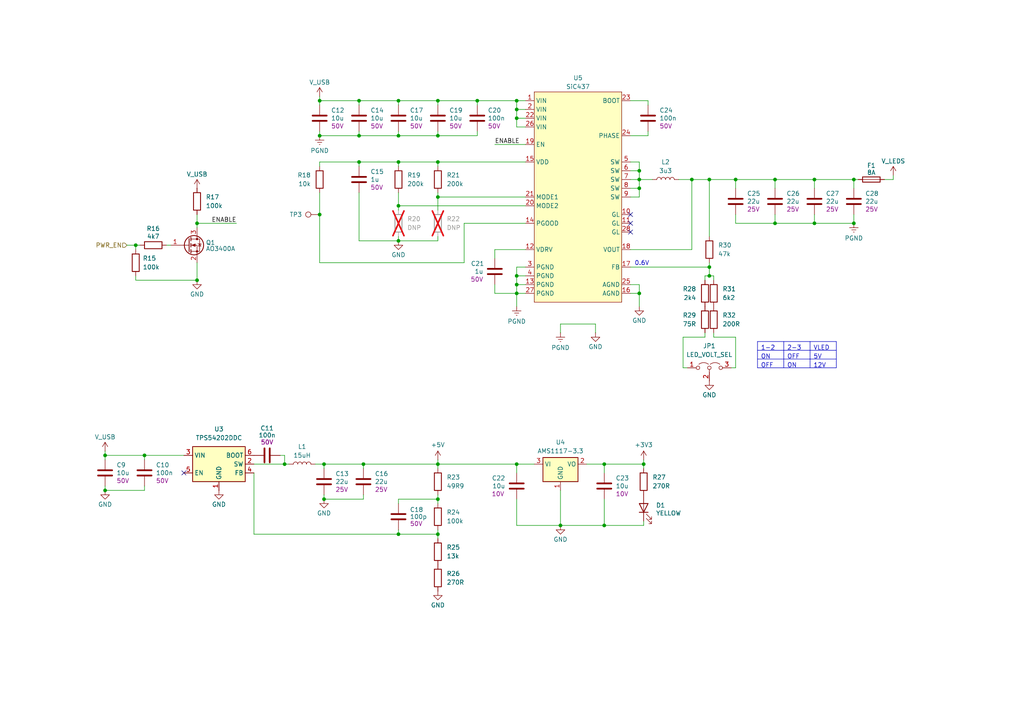
<source format=kicad_sch>
(kicad_sch (version 20250114) (generator "eeschema") (generator_version "9.0")
  (paper "A4")
  (title_block (title "USB-C WLED controller") (rev "1.0") (comment 1 "Resistors 1% tolerance"))
  (lib_symbols
    (symbol "Connector:TestPoint" (pin_numbers (hide yes)) (pin_names (offset 0.762) (hide yes))
      (property "Reference" "TP" (at 0 6.858 0))
      (property "Value" "TestPoint" (at 0 5.08 0))
      (symbol "TestPoint_0_1"
        (circle (center 0 3.302) (radius 0.762))
      )
      (symbol "TestPoint_1_1"
        (pin passive line (at 0 0 90) (length 2.54) (name "1") (number "1"))
      )
    )
    (symbol "Device:C" (pin_numbers (hide yes)) (pin_names (offset 0.254))
      (property "Reference" "C" (at 0.635 2.54 0))
      (property "Value" "C" (at 0.635 -2.54 0))
      (symbol "C_0_1"
        (polyline (pts (xy -2.032 0.762) (xy 2.032 0.762)) (stroke (width 0.508)))
        (polyline (pts (xy -2.032 -0.762) (xy 2.032 -0.762)) (stroke (width 0.508)))
      )
      (symbol "C_1_1"
        (pin passive line (at 0 3.81 270) (length 2.794) (name "~") (number "1"))
        (pin passive line (at 0 -3.81 90) (length 2.794) (name "~") (number "2"))
      )
    )
    (symbol "Device:Fuse" (pin_numbers (hide yes)) (pin_names (offset 0))
      (property "Reference" "F" (at 2.032 0 90))
      (property "Value" "Fuse" (at -1.905 0 90))
      (symbol "Fuse_0_1"
        (rectangle (start -0.762 -2.54) (end 0.762 2.54) (stroke (width 0.254)))
        (polyline (pts (xy 0 2.54) (xy 0 -2.54)))
      )
      (symbol "Fuse_1_1"
        (pin passive line (at 0 3.81 270) (length 1.27) (name "~") (number "1"))
        (pin passive line (at 0 -3.81 90) (length 1.27) (name "~") (number "2"))
      )
    )
    (symbol "Device:L" (pin_numbers (hide yes)) (pin_names (offset 1.016) (hide yes))
      (property "Reference" "L" (at -1.27 0 90))
      (property "Value" "L" (at 1.905 0 90))
      (symbol "L_0_1"
        (arc (start 0 2.54) (mid 0.6323 1.905) (end 0 1.27))
        (arc (start 0 1.27) (mid 0.6323 0.635) (end 0 0))
        (arc (start 0 0) (mid 0.6323 -0.635) (end 0 -1.27))
        (arc (start 0 -1.27) (mid 0.6323 -1.905) (end 0 -2.54))
      )
      (symbol "L_1_1"
        (pin passive line (at 0 3.81 270) (length 1.27) (name "1") (number "1"))
        (pin passive line (at 0 -3.81 90) (length 1.27) (name "2") (number "2"))
      )
    )
    (symbol "Device:LED" (pin_numbers (hide yes)) (pin_names (offset 1.016) (hide yes))
      (property "Reference" "D" (at 0 2.54 0))
      (property "Value" "LED" (at 0 -2.54 0))
      (symbol "LED_0_1"
        (polyline (pts (xy -3.048 -0.762) (xy -4.572 -2.286) (xy -3.81 -2.286) (xy -4.572 -2.286) (xy -4.572 -1.524)))
        (polyline (pts (xy -1.778 -0.762) (xy -3.302 -2.286) (xy -2.54 -2.286) (xy -3.302 -2.286) (xy -3.302 -1.524)))
        (polyline (pts (xy -1.27 0) (xy 1.27 0)))
        (polyline (pts (xy -1.27 -1.27) (xy -1.27 1.27)) (stroke (width 0.254)))
        (polyline (pts (xy 1.27 -1.27) (xy 1.27 1.27) (xy -1.27 0) (xy 1.27 -1.27)) (stroke (width 0.254)))
      )
      (symbol "LED_1_1"
        (pin passive line (at -3.81 0 0) (length 2.54) (name "K") (number "1"))
        (pin passive line (at 3.81 0 180) (length 2.54) (name "A") (number "2"))
      )
    )
    (symbol "Device:R" (pin_numbers (hide yes)) (pin_names (offset 0))
      (property "Reference" "R" (at 2.032 0 90))
      (property "Value" "R" (at 0 0 90))
      (symbol "R_0_1"
        (rectangle (start -1.016 -2.54) (end 1.016 2.54) (stroke (width 0.254)))
      )
      (symbol "R_1_1"
        (pin passive line (at 0 3.81 270) (length 1.27) (name "~") (number "1"))
        (pin passive line (at 0 -3.81 90) (length 1.27) (name "~") (number "2"))
      )
    )
    (symbol "Jumper:Jumper_3_Open" (pin_names (offset 0) (hide yes)) (exclude_from_sim yes) (in_bom no)
      (property "Reference" "JP" (at -2.54 -2.54 0))
      (property "Value" "Jumper_3_Open" (at 0 2.794 0))
      (symbol "Jumper_3_Open_0_0"
        (circle (center -3.302 0) (radius 0.508))
        (circle (center 0 0) (radius 0.508))
        (circle (center 3.302 0) (radius 0.508))
      )
      (symbol "Jumper_3_Open_0_1"
        (arc (start -3.048 1.016) (mid -1.651 1.4992) (end -0.254 1.016))
        (polyline (pts (xy 0 -0.508) (xy 0 -1.27)))
        (arc (start 0.254 1.016) (mid 1.651 1.4992) (end 3.048 1.016))
      )
      (symbol "Jumper_3_Open_1_1"
        (pin passive line (at -6.35 0 0) (length 2.54) (name "A") (number "1"))
        (pin passive line (at 0 -3.81 90) (length 2.54) (name "C") (number "2"))
        (pin passive line (at 6.35 0 180) (length 2.54) (name "B") (number "3"))
      )
    )
    (symbol "Regulator_Linear:AMS1117-3.3"
      (property "Reference" "U" (at -3.81 3.175 0))
      (property "Value" "AMS1117-3.3" (at 0 3.175 0))
      (symbol "AMS1117-3.3_0_1"
        (rectangle (start -5.08 -5.08) (end 5.08 1.905) (stroke (width 0.254)) (fill (type background)))
      )
      (symbol "AMS1117-3.3_1_1"
        (pin power_in line (at -7.62 0 0) (length 2.54) (name "VI") (number "3"))
        (pin power_in line (at 0 -7.62 90) (length 2.54) (name "GND") (number "1"))
        (pin power_out line (at 7.62 0 180) (length 2.54) (name "VO") (number "2"))
      )
    )
    (symbol "Regulator_Switching:TPS54202DDC"
      (property "Reference" "U" (at -7.62 6.35 0))
      (property "Value" "TPS54202DDC" (at 0 6.35 0))
      (symbol "TPS54202DDC_0_1"
        (rectangle (start -7.62 5.08) (end 7.62 -5.08) (stroke (width 0.254)) (fill (type background)))
      )
      (symbol "TPS54202DDC_1_1"
        (pin power_in line (at -10.16 2.54 0) (length 2.54) (name "VIN") (number "3"))
        (pin input line (at -10.16 -2.54 0) (length 2.54) (name "EN") (number "5"))
        (pin power_in line (at 0 -7.62 90) (length 2.54) (name "GND") (number "1"))
        (pin passive line (at 10.16 2.54 180) (length 2.54) (name "BOOT") (number "6"))
        (pin power_out line (at 10.16 0 180) (length 2.54) (name "SW") (number "2"))
        (pin input line (at 10.16 -2.54 180) (length 2.54) (name "FB") (number "4"))
      )
    )
    (symbol "Transistor_FET:AO3400A" (pin_names (hide yes))
      (property "Reference" "Q" (at 5.08 1.905 0))
      (property "Value" "AO3400A" (at 5.08 0 0))
      (symbol "AO3400A_0_1"
        (polyline (pts (xy 0.254 1.905) (xy 0.254 -1.905)) (stroke (width 0.254)))
        (polyline (pts (xy 0.254 0) (xy -2.54 0)))
        (polyline (pts (xy 0.762 2.286) (xy 0.762 1.27)) (stroke (width 0.254)))
        (polyline (pts (xy 0.762 0.508) (xy 0.762 -0.508)) (stroke (width 0.254)))
        (polyline (pts (xy 0.762 -1.27) (xy 0.762 -2.286)) (stroke (width 0.254)))
        (polyline (pts (xy 0.762 -1.778) (xy 3.302 -1.778) (xy 3.302 1.778) (xy 0.762 1.778)))
        (polyline (pts (xy 1.016 0) (xy 2.032 0.381) (xy 2.032 -0.381) (xy 1.016 0)) (fill (type outline)))
        (circle (center 1.651 0) (radius 2.794) (stroke (width 0.254)))
        (polyline (pts (xy 2.54 2.54) (xy 2.54 1.778)))
        (circle (center 2.54 1.778) (radius 0.254) (fill (type outline)))
        (circle (center 2.54 -1.778) (radius 0.254) (fill (type outline)))
        (polyline (pts (xy 2.54 -2.54) (xy 2.54 0) (xy 0.762 0)))
        (polyline (pts (xy 2.794 0.508) (xy 2.921 0.381) (xy 3.683 0.381) (xy 3.81 0.254)))
        (polyline (pts (xy 3.302 0.381) (xy 2.921 -0.254) (xy 3.683 -0.254) (xy 3.302 0.381)))
      )
      (symbol "AO3400A_1_1"
        (pin input line (at -5.08 0 0) (length 2.54) (name "G") (number "1"))
        (pin passive line (at 2.54 5.08 270) (length 2.54) (name "D") (number "3"))
        (pin passive line (at 2.54 -5.08 90) (length 2.54) (name "S") (number "2"))
      )
    )
    (symbol "power:+3V3" (power) (pin_numbers (hide yes)) (pin_names (offset 0) (hide yes))
      (property "Value" "+3V3" (at 0 3.556 0))
      (symbol "+3V3_0_1"
        (polyline (pts (xy -0.762 1.27) (xy 0 2.54)))
        (polyline (pts (xy 0 2.54) (xy 0.762 1.27)))
        (polyline (pts (xy 0 0) (xy 0 2.54)))
      )
      (symbol "+3V3_1_1"
        (pin power_in line (at 0 0 90) (length 0) (name "~") (number "1"))
      )
    )
    (symbol "power:+5V" (power) (pin_numbers (hide yes)) (pin_names (offset 0) (hide yes))
      (property "Value" "+5V" (at 0 3.556 0))
      (symbol "+5V_0_1"
        (polyline (pts (xy -0.762 1.27) (xy 0 2.54)))
        (polyline (pts (xy 0 2.54) (xy 0.762 1.27)))
        (polyline (pts (xy 0 0) (xy 0 2.54)))
      )
      (symbol "+5V_1_1"
        (pin power_in line (at 0 0 90) (length 0) (name "~") (number "1"))
      )
    )
    (symbol "power:Earth" (power) (pin_numbers (hide yes)) (pin_names (offset 0) (hide yes))
      (property "Value" "Earth" (at 0 -3.81 0))
      (symbol "Earth_0_1"
        (polyline (pts (xy -0.635 -1.905) (xy 0.635 -1.905)))
        (polyline (pts (xy -0.127 -2.54) (xy 0.127 -2.54)))
        (polyline (pts (xy 0 -1.27) (xy 0 0)))
        (polyline (pts (xy 1.27 -1.27) (xy -1.27 -1.27)))
      )
      (symbol "Earth_1_1"
        (pin power_in line (at 0 0 270) (length 0) (name "~") (number "1"))
      )
    )
    (symbol "power:GND" (power) (pin_numbers (hide yes)) (pin_names (offset 0) (hide yes))
      (property "Value" "GND" (at 0 -3.81 0))
      (symbol "GND_0_1"
        (polyline (pts (xy 0 0) (xy 0 -1.27) (xy 1.27 -1.27) (xy 0 -2.54) (xy -1.27 -1.27) (xy 0 -1.27)))
      )
      (symbol "GND_1_1"
        (pin power_in line (at 0 0 270) (length 0) (name "~") (number "1"))
      )
    )
    (symbol "power:VDC" (power) (pin_numbers (hide yes)) (pin_names (offset 0) (hide yes))
      (property "Value" "VDC" (at 0 3.556 0))
      (symbol "VDC_0_1"
        (polyline (pts (xy -0.762 1.27) (xy 0 2.54)))
        (polyline (pts (xy 0 2.54) (xy 0.762 1.27)))
        (polyline (pts (xy 0 0) (xy 0 2.54)))
      )
      (symbol "VDC_1_1"
        (pin power_in line (at 0 0 90) (length 0) (name "~") (number "1"))
      )
    )
    (symbol "wled-controller:SiC431"
      (property "Reference" "U" (at 0 34.29 0))
      (property "Value" "SiC431" (at 0 32.004 0))
      (symbol "SiC431_0_1"
        (rectangle (start -12.7 30.48) (end 12.7 -30.48) (fill (type background)))
      )
      (symbol "SiC431_1_1"
        (pin power_in line (at -15.24 27.94 0) (length 2.54) (name "VIN") (number "1"))
        (pin power_in line (at -15.24 25.4 0) (length 2.54) (name "VIN") (number "2"))
        (pin power_in line (at -15.24 22.86 0) (length 2.54) (name "VIN") (number "22"))
        (pin power_in line (at -15.24 20.32 0) (length 2.54) (name "VIN") (number "26"))
        (pin input line (at -15.24 15.24 0) (length 2.54) (name "EN") (number "19"))
        (pin power_out line (at -15.24 10.16 0) (length 2.54) (name "VDD") (number "15"))
        (pin passive line (at -15.24 0 0) (length 2.54) (name "MODE1") (number "21"))
        (pin passive line (at -15.24 -2.54 0) (length 2.54) (name "MODE2") (number "20"))
        (pin open_collector line (at -15.24 -7.62 0) (length 2.54) (name "PGOOD") (number "14"))
        (pin passive line (at -15.24 -15.24 0) (length 2.54) (name "VDRV") (number "12"))
        (pin power_in line (at -15.24 -20.32 0) (length 2.54) (name "PGND") (number "3"))
        (pin power_in line (at -15.24 -22.86 0) (length 2.54) (name "PGND") (number "4"))
        (pin power_in line (at -15.24 -25.4 0) (length 2.54) (name "PGND") (number "13"))
        (pin power_in line (at -15.24 -27.94 0) (length 2.54) (name "PGND") (number "27"))
        (pin passive line (at 15.24 27.94 180) (length 2.54) (name "BOOT") (number "23"))
        (pin passive line (at 15.24 17.78 180) (length 2.54) (name "PHASE") (number "24"))
        (pin power_out line (at 15.24 10.16 180) (length 2.54) (name "SW") (number "5"))
        (pin power_out line (at 15.24 7.62 180) (length 2.54) (name "SW") (number "6"))
        (pin power_out line (at 15.24 5.08 180) (length 2.54) (name "SW") (number "7"))
        (pin power_out line (at 15.24 2.54 180) (length 2.54) (name "SW") (number "8"))
        (pin power_out line (at 15.24 0 180) (length 2.54) (name "SW") (number "9"))
        (pin unspecified line (at 15.24 -5.08 180) (length 2.54) (name "GL") (number "10"))
        (pin unspecified line (at 15.24 -7.62 180) (length 2.54) (name "GL") (number "11"))
        (pin unspecified line (at 15.24 -10.16 180) (length 2.54) (name "GL") (number "28"))
        (pin input line (at 15.24 -15.24 180) (length 2.54) (name "VOUT") (number "18"))
        (pin input line (at 15.24 -20.32 180) (length 2.54) (name "FB") (number "17"))
        (pin power_in line (at 15.24 -25.4 180) (length 2.54) (name "AGND") (number "25"))
        (pin power_in line (at 15.24 -27.94 180) (length 2.54) (name "AGND") (number "16"))
      )
    )
  )
  (text "0.6V" (at 186.182 76.454 0) (effects (font (size 1.27 1.27))))
  (junction (at 185.42 54.61))
  (junction (at 115.57 69.85))
  (junction (at 30.48 142.24))
  (junction (at 162.56 152.4))
  (junction (at 149.86 134.62))
  (junction (at 104.14 46.99))
  (junction (at 127 154.94))
  (junction (at 41.91 132.08))
  (junction (at 115.57 154.94))
  (junction (at 149.86 82.55))
  (junction (at 175.26 152.4))
  (junction (at 93.98 134.62))
  (junction (at 127 46.99))
  (junction (at 200.66 52.07))
  (junction (at 185.42 85.09))
  (junction (at 138.43 29.21))
  (junction (at 92.71 39.37))
  (junction (at 115.57 29.21))
  (junction (at 149.86 31.75))
  (junction (at 57.15 81.28))
  (junction (at 92.71 29.21))
  (junction (at 93.98 144.78))
  (junction (at 247.65 52.07))
  (junction (at 175.26 134.62))
  (junction (at 30.48 132.08))
  (junction (at 105.41 134.62))
  (junction (at 149.86 85.09))
  (junction (at 185.42 49.53))
  (junction (at 127 134.62))
  (junction (at 224.79 52.07))
  (junction (at 149.86 80.01))
  (junction (at 205.74 77.47))
  (junction (at 39.37 71.12))
  (junction (at 82.55 134.62))
  (junction (at 205.74 52.07))
  (junction (at 205.74 80.01))
  (junction (at 104.14 39.37))
  (junction (at 127 57.15))
  (junction (at 224.79 64.77))
  (junction (at 127 144.78))
  (junction (at 149.86 29.21))
  (junction (at 104.14 29.21))
  (junction (at 92.71 62.23))
  (junction (at 127 39.37))
  (junction (at 127 29.21))
  (junction (at 236.22 52.07))
  (junction (at 149.86 34.29))
  (junction (at 57.15 64.77))
  (junction (at 236.22 64.77))
  (junction (at 115.57 39.37))
  (junction (at 185.42 52.07))
  (junction (at 213.36 52.07))
  (junction (at 115.57 59.69))
  (junction (at 247.65 64.77))
  (junction (at 186.69 134.62))
  (junction (at 115.57 46.99))
  (no_connect (at 182.88 67.31))
  (no_connect (at 53.34 137.16))
  (no_connect (at 182.88 64.77))
  (no_connect (at 182.88 62.23))
  (wire (pts (xy 149.86 80.01) (xy 149.86 77.47)))
  (wire (pts (xy 92.71 62.23) (xy 92.71 55.88)))
  (wire (pts (xy 149.86 82.55) (xy 149.86 80.01)))
  (wire (pts (xy 115.57 59.69) (xy 152.4 59.69)))
  (wire (pts (xy 41.91 140.97) (xy 41.91 142.24)))
  (wire (pts (xy 224.79 52.07) (xy 224.79 54.61)))
  (wire (pts (xy 182.88 46.99) (xy 185.42 46.99)))
  (wire (pts (xy 186.69 134.62) (xy 186.69 135.89)))
  (wire (pts (xy 53.34 132.08) (xy 41.91 132.08)))
  (wire (pts (xy 81.28 132.08) (xy 82.55 132.08)))
  (wire (pts (xy 115.57 154.94) (xy 73.66 154.94)))
  (wire (pts (xy 115.57 146.05) (xy 115.57 144.78)))
  (wire (pts (xy 138.43 29.21) (xy 149.86 29.21)))
  (wire (pts (xy 41.91 132.08) (xy 30.48 132.08)))
  (wire (pts (xy 186.69 134.62) (xy 175.26 134.62)))
  (wire (pts (xy 186.69 152.4) (xy 175.26 152.4)))
  (wire (pts (xy 149.86 77.47) (xy 152.4 77.47)))
  (wire (pts (xy 198.12 97.79) (xy 204.47 97.79)))
  (wire (pts (xy 149.86 31.75) (xy 152.4 31.75)))
  (wire (pts (xy 93.98 134.62) (xy 93.98 135.89)))
  (wire (pts (xy 175.26 144.78) (xy 175.26 152.4)))
  (wire (pts (xy 207.01 97.79) (xy 213.36 97.79)))
  (wire (pts (xy 247.65 52.07) (xy 247.65 54.61)))
  (wire (pts (xy 104.14 55.88) (xy 104.14 69.85)))
  (wire (pts (xy 182.88 72.39) (xy 200.66 72.39)))
  (wire (pts (xy 39.37 81.28) (xy 57.15 81.28)))
  (wire (pts (xy 236.22 52.07) (xy 236.22 54.61)))
  (wire (pts (xy 92.71 29.21) (xy 92.71 30.48)))
  (wire (pts (xy 92.71 29.21) (xy 104.14 29.21)))
  (wire (pts (xy 182.88 85.09) (xy 185.42 85.09)))
  (wire (pts (xy 182.88 49.53) (xy 185.42 49.53)))
  (wire (pts (xy 162.56 152.4) (xy 175.26 152.4)))
  (wire (pts (xy 185.42 85.09) (xy 185.42 88.9)))
  (wire (pts (xy 73.66 154.94) (xy 73.66 137.16)))
  (wire (pts (xy 134.62 64.77) (xy 134.62 76.2)))
  (wire (pts (xy 236.22 64.77) (xy 247.65 64.77)))
  (wire (pts (xy 143.51 72.39) (xy 143.51 74.93)))
  (wire (pts (xy 187.96 39.37) (xy 187.96 38.1)))
  (wire (pts (xy 143.51 85.09) (xy 149.86 85.09)))
  (wire (pts (xy 224.79 62.23) (xy 224.79 64.77)))
  (wire (pts (xy 115.57 39.37) (xy 104.14 39.37)))
  (wire (pts (xy 93.98 144.78) (xy 105.41 144.78)))
  (wire (pts (xy 127 154.94) (xy 127 156.21)))
  (wire (pts (xy 115.57 154.94) (xy 115.57 153.67)))
  (wire (pts (xy 186.69 151.13) (xy 186.69 152.4)))
  (wire (pts (xy 247.65 64.77) (xy 247.65 62.23)))
  (wire (pts (xy 182.88 39.37) (xy 187.96 39.37)))
  (wire (pts (xy 182.88 77.47) (xy 205.74 77.47)))
  (wire (pts (xy 127 154.94) (xy 115.57 154.94)))
  (wire (pts (xy 41.91 142.24) (xy 30.48 142.24)))
  (wire (pts (xy 149.86 134.62) (xy 154.94 134.62)))
  (wire (pts (xy 205.74 76.2) (xy 205.74 77.47)))
  (wire (pts (xy 149.86 80.01) (xy 152.4 80.01)))
  (wire (pts (xy 205.74 80.01) (xy 207.01 80.01)))
  (wire (pts (xy 36.83 71.12) (xy 39.37 71.12)))
  (wire (pts (xy 127 57.15) (xy 127 55.88)))
  (wire (pts (xy 104.14 29.21) (xy 104.14 30.48)))
  (wire (pts (xy 259.08 50.8) (xy 259.08 52.07)))
  (wire (pts (xy 199.39 106.68) (xy 198.12 106.68)))
  (wire (pts (xy 115.57 38.1) (xy 115.57 39.37)))
  (wire (pts (xy 185.42 52.07) (xy 185.42 54.61)))
  (wire (pts (xy 172.72 93.98) (xy 172.72 96.52)))
  (wire (pts (xy 162.56 142.24) (xy 162.56 152.4)))
  (wire (pts (xy 138.43 29.21) (xy 138.43 30.48)))
  (wire (pts (xy 92.71 76.2) (xy 92.71 62.23)))
  (wire (pts (xy 115.57 144.78) (xy 127 144.78)))
  (wire (pts (xy 200.66 52.07) (xy 196.85 52.07)))
  (wire (pts (xy 213.36 62.23) (xy 213.36 64.77)))
  (wire (pts (xy 205.74 68.58) (xy 205.74 52.07)))
  (wire (pts (xy 200.66 72.39) (xy 200.66 52.07)))
  (wire (pts (xy 149.86 29.21) (xy 152.4 29.21)))
  (wire (pts (xy 205.74 80.01) (xy 204.47 80.01)))
  (wire (pts (xy 30.48 142.24) (xy 30.48 140.97)))
  (wire (pts (xy 127 38.1) (xy 127 39.37)))
  (wire (pts (xy 104.14 46.99) (xy 92.71 46.99)))
  (wire (pts (xy 57.15 64.77) (xy 68.58 64.77)))
  (wire (pts (xy 127 153.67) (xy 127 154.94)))
  (wire (pts (xy 213.36 106.68) (xy 212.09 106.68)))
  (wire (pts (xy 185.42 57.15) (xy 182.88 57.15)))
  (wire (pts (xy 152.4 64.77) (xy 134.62 64.77)))
  (wire (pts (xy 127 133.35) (xy 127 134.62)))
  (wire (pts (xy 182.88 29.21) (xy 187.96 29.21)))
  (wire (pts (xy 105.41 134.62) (xy 127 134.62)))
  (wire (pts (xy 205.74 77.47) (xy 205.74 80.01)))
  (wire (pts (xy 182.88 52.07) (xy 185.42 52.07)))
  (wire (pts (xy 162.56 96.52) (xy 162.56 93.98)))
  (wire (pts (xy 39.37 72.39) (xy 39.37 71.12)))
  (wire (pts (xy 104.14 46.99) (xy 104.14 48.26)))
  (wire (pts (xy 104.14 69.85) (xy 115.57 69.85)))
  (wire (pts (xy 170.18 134.62) (xy 175.26 134.62)))
  (wire (pts (xy 127 57.15) (xy 152.4 57.15)))
  (wire (pts (xy 205.74 52.07) (xy 213.36 52.07)))
  (wire (pts (xy 138.43 38.1) (xy 138.43 39.37)))
  (wire (pts (xy 213.36 64.77) (xy 224.79 64.77)))
  (wire (pts (xy 127 69.85) (xy 115.57 69.85)))
  (wire (pts (xy 149.86 88.9) (xy 149.86 85.09)))
  (wire (pts (xy 207.01 96.52) (xy 207.01 97.79)))
  (wire (pts (xy 57.15 81.28) (xy 57.15 76.2)))
  (wire (pts (xy 182.88 54.61) (xy 185.42 54.61)))
  (wire (pts (xy 115.57 29.21) (xy 104.14 29.21)))
  (wire (pts (xy 149.86 144.78) (xy 149.86 152.4)))
  (wire (pts (xy 127 29.21) (xy 115.57 29.21)))
  (wire (pts (xy 185.42 82.55) (xy 185.42 85.09)))
  (wire (pts (xy 152.4 72.39) (xy 143.51 72.39)))
  (wire (pts (xy 82.55 132.08) (xy 82.55 134.62)))
  (wire (pts (xy 143.51 41.91) (xy 152.4 41.91)))
  (wire (pts (xy 213.36 97.79) (xy 213.36 106.68)))
  (wire (pts (xy 127 144.78) (xy 127 146.05)))
  (wire (pts (xy 149.86 34.29) (xy 152.4 34.29)))
  (wire (pts (xy 115.57 55.88) (xy 115.57 59.69)))
  (wire (pts (xy 91.44 134.62) (xy 93.98 134.62)))
  (wire (pts (xy 104.14 46.99) (xy 115.57 46.99)))
  (wire (pts (xy 149.86 82.55) (xy 152.4 82.55)))
  (wire (pts (xy 149.86 134.62) (xy 149.86 137.16)))
  (wire (pts (xy 175.26 134.62) (xy 175.26 137.16)))
  (wire (pts (xy 207.01 80.01) (xy 207.01 81.28)))
  (wire (pts (xy 149.86 31.75) (xy 149.86 29.21)))
  (wire (pts (xy 152.4 36.83) (xy 149.86 36.83)))
  (wire (pts (xy 149.86 85.09) (xy 149.86 82.55)))
  (wire (pts (xy 127 57.15) (xy 127 60.96)))
  (wire (pts (xy 204.47 80.01) (xy 204.47 81.28)))
  (wire (pts (xy 127 29.21) (xy 127 30.48)))
  (wire (pts (xy 115.57 59.69) (xy 115.57 60.96)))
  (wire (pts (xy 149.86 34.29) (xy 149.86 31.75)))
  (wire (pts (xy 127 68.58) (xy 127 69.85)))
  (wire (pts (xy 127 135.89) (xy 127 134.62)))
  (wire (pts (xy 48.26 71.12) (xy 49.53 71.12)))
  (wire (pts (xy 105.41 134.62) (xy 105.41 135.89)))
  (wire (pts (xy 57.15 64.77) (xy 57.15 66.04)))
  (wire (pts (xy 127 39.37) (xy 138.43 39.37)))
  (wire (pts (xy 105.41 144.78) (xy 105.41 143.51)))
  (wire (pts (xy 162.56 93.98) (xy 172.72 93.98)))
  (wire (pts (xy 92.71 46.99) (xy 92.71 48.26)))
  (wire (pts (xy 104.14 39.37) (xy 104.14 38.1)))
  (wire (pts (xy 149.86 152.4) (xy 162.56 152.4)))
  (wire (pts (xy 30.48 130.81) (xy 30.48 132.08)))
  (wire (pts (xy 115.57 29.21) (xy 115.57 30.48)))
  (wire (pts (xy 73.66 134.62) (xy 82.55 134.62)))
  (wire (pts (xy 256.54 52.07) (xy 259.08 52.07)))
  (wire (pts (xy 115.57 69.85) (xy 115.57 68.58)))
  (wire (pts (xy 82.55 134.62) (xy 83.82 134.62)))
  (wire (pts (xy 115.57 48.26) (xy 115.57 46.99)))
  (wire (pts (xy 224.79 64.77) (xy 236.22 64.77)))
  (wire (pts (xy 224.79 52.07) (xy 236.22 52.07)))
  (wire (pts (xy 127 29.21) (xy 138.43 29.21)))
  (wire (pts (xy 30.48 132.08) (xy 30.48 133.35)))
  (wire (pts (xy 39.37 71.12) (xy 40.64 71.12)))
  (wire (pts (xy 127 143.51) (xy 127 144.78)))
  (wire (pts (xy 57.15 62.23) (xy 57.15 64.77)))
  (wire (pts (xy 149.86 36.83) (xy 149.86 34.29)))
  (wire (pts (xy 213.36 52.07) (xy 213.36 54.61)))
  (wire (pts (xy 115.57 46.99) (xy 127 46.99)))
  (wire (pts (xy 187.96 29.21) (xy 187.96 30.48)))
  (wire (pts (xy 143.51 82.55) (xy 143.51 85.09)))
  (wire (pts (xy 127 134.62) (xy 149.86 134.62)))
  (wire (pts (xy 185.42 49.53) (xy 185.42 52.07)))
  (wire (pts (xy 182.88 82.55) (xy 185.42 82.55)))
  (wire (pts (xy 200.66 52.07) (xy 205.74 52.07)))
  (wire (pts (xy 185.42 54.61) (xy 185.42 57.15)))
  (wire (pts (xy 41.91 132.08) (xy 41.91 133.35)))
  (wire (pts (xy 247.65 52.07) (xy 248.92 52.07)))
  (wire (pts (xy 213.36 52.07) (xy 224.79 52.07)))
  (wire (pts (xy 39.37 80.01) (xy 39.37 81.28)))
  (wire (pts (xy 93.98 143.51) (xy 93.98 144.78)))
  (wire (pts (xy 236.22 52.07) (xy 247.65 52.07)))
  (wire (pts (xy 185.42 46.99) (xy 185.42 49.53)))
  (wire (pts (xy 236.22 62.23) (xy 236.22 64.77)))
  (wire (pts (xy 198.12 106.68) (xy 198.12 97.79)))
  (wire (pts (xy 93.98 134.62) (xy 105.41 134.62)))
  (wire (pts (xy 149.86 85.09) (xy 152.4 85.09)))
  (wire (pts (xy 185.42 52.07) (xy 189.23 52.07)))
  (wire (pts (xy 92.71 38.1) (xy 92.71 39.37)))
  (wire (pts (xy 127 46.99) (xy 152.4 46.99)))
  (wire (pts (xy 92.71 39.37) (xy 104.14 39.37)))
  (wire (pts (xy 204.47 97.79) (xy 204.47 96.52)))
  (wire (pts (xy 92.71 27.94) (xy 92.71 29.21)))
  (wire (pts (xy 127 48.26) (xy 127 46.99)))
  (wire (pts (xy 186.69 133.35) (xy 186.69 134.62)))
  (wire (pts (xy 127 39.37) (xy 115.57 39.37)))
  (wire (pts (xy 134.62 76.2) (xy 92.71 76.2)))
  (table (column_count 3) (border (external yes) (header yes) (stroke (width 0.254))) (separators (rows yes) (cols yes)) (column_widths 7.62 7.62 7.62) (row_heights 2.54 2.54 2.54) (cells (table_cell "1-2" (at 219.71 99.06 0) (size 7.62 2.54) (margins 0.9525 0.9525 0.9525 0.9525) (span 1 1)) (table_cell "2-3" (at 227.33 99.06 0) (size 7.62 2.54) (margins 0.9525 0.9525 0.9525 0.9525) (span 1 1)) (table_cell "VLED" (at 234.95 99.06 0) (size 7.62 2.54) (margins 0.9525 0.9525 0.9525 0.9525) (span 1 1)) (table_cell "ON" (at 219.71 101.6 0) (size 7.62 2.54) (margins 0.9525 0.9525 0.9525 0.9525) (span 1 1)) (table_cell "OFF" (at 227.33 101.6 0) (size 7.62 2.54) (margins 0.9525 0.9525 0.9525 0.9525) (span 1 1)) (table_cell "5V" (at 234.95 101.6 0) (size 7.62 2.54) (margins 0.9525 0.9525 0.9525 0.9525) (span 1 1)) (table_cell "OFF" (at 219.71 104.14 0) (size 7.62 2.54) (margins 0.9525 0.9525 0.9525 0.9525) (span 1 1)) (table_cell "ON" (at 227.33 104.14 0) (size 7.62 2.54) (margins 0.9525 0.9525 0.9525 0.9525) (span 1 1)) (table_cell "12V" (at 234.95 104.14 0) (size 7.62 2.54) (margins 0.9525 0.9525 0.9525 0.9525) (span 1 1))))
  (label "ENABLE" (at 68.58 64.77 180))
  (label "ENABLE" (at 143.51 41.91 0))
  (hierarchical_label "PWR_EN" (shape input) (at 36.83 71.12 180))
  (symbol (lib_id "power:GND") (at 115.57 69.85 0) (unit 1)
    (property "Reference" "#PWR021" (effects (hide yes)))
    (property "Value" "GND" (at 115.57 73.914 0))
    (property "Description" "Power symbol creates a global label with name \"GND\" , ground" (effects (hide yes)))
  )
  (symbol (lib_id "power:GND") (at 30.48 142.24 0) (unit 1)
    (property "Reference" "#PWR014" (effects (hide yes)))
    (property "Value" "GND" (at 30.48 146.304 0))
    (property "Description" "Power symbol creates a global label with name \"GND\" , ground" (effects (hide yes)))
  )
  (symbol (lib_id "power:VDC") (at 30.48 130.81 0) (unit 1)
    (property "Reference" "#PWR013" (effects (hide yes)))
    (property "Value" "V_USB" (at 30.48 126.746 0))
    (property "Description" "Power symbol creates a global label with name \"VDC\"" (effects (hide yes)))
  )
  (symbol (lib_id "power:Earth") (at 247.65 64.77 0) (unit 1)
    (property "Reference" "#PWR031" (effects (hide yes)))
    (property "Value" "PGND" (at 247.65 69.088 0))
    (property "Description" "Power symbol creates a global label with name \"Earth\"" (effects (hide yes)))
  )
  (symbol (lib_id "power:Earth") (at 149.86 88.9 0) (unit 1)
    (property "Reference" "#PWR024" (effects (hide yes)))
    (property "Value" "PGND" (at 149.86 93.218 0))
    (property "Description" "Power symbol creates a global label with name \"Earth\"" (effects (hide yes)))
  )
  (symbol (lib_id "Device:C") (at 77.47 132.08 270) (unit 1)
    (property "Reference" "C11" (at 77.47 124.206 90))
    (property "Value" "100n" (at 77.47 126.238 90))
    (property "Footprint" "Capacitor_SMD:C_0603_1608Metric" (effects (hide yes)))
    (property "Datasheet" "https://jlcpcb.com/partdetail/Yageo-CC0603KRX7R9BB104/C14663" (effects (hide yes)))
    (property "Description" "Unpolarized capacitor" (effects (hide yes)))
    (property "JLCPCB" "C14663" (effects (hide yes)))
    (property "Voltage" "50V" (at 77.47 128.27 90))
  )
  (symbol (lib_id "Device:R") (at 186.69 139.7 0) (unit 1)
    (property "Reference" "R27" (at 189.23 138.4299 0) (effects (justify left)))
    (property "Value" "270R" (at 189.23 140.9699 0) (effects (justify left)))
    (property "Footprint" "Resistor_SMD:R_0603_1608Metric" (effects (hide yes)))
    (property "Datasheet" "https://jlcpcb.com/partdetail/23693-0603WAF2700T5E/C22966" (effects (hide yes)))
    (property "Description" "Resistor" (effects (hide yes)))
    (property "JLCPCB" "C22966" (effects (hide yes)))
    (property "Voltage" "-" (effects (hide yes)))
  )
  (symbol (lib_id "power:GND") (at 185.42 88.9 0) (unit 1)
    (property "Reference" "#PWR028" (effects (hide yes)))
    (property "Value" "GND" (at 185.42 92.964 0))
    (property "Description" "Power symbol creates a global label with name \"GND\" , ground" (effects (hide yes)))
  )
  (symbol (lib_id "Device:R") (at 57.15 58.42 180) (unit 1)
    (property "Reference" "R17" (at 59.69 57.1499 0) (effects (justify right)))
    (property "Value" "100k" (at 59.69 59.6899 0) (effects (justify right)))
    (property "Footprint" "Resistor_SMD:R_0603_1608Metric" (effects (hide yes)))
    (property "Datasheet" "https://jlcpcb.com/partdetail/26546-0603WAF1003T5E/C25803" (effects (hide yes)))
    (property "Description" "Resistor" (effects (hide yes)))
    (property "JLCPCB" "C25803" (effects (hide yes)))
    (property "Voltage" "-" (effects (hide yes)))
  )
  (symbol (lib_id "Connector:TestPoint") (at 92.71 62.23 90) (unit 1)
    (property "Reference" "TP3" (at 87.63 62.23 90) (effects (justify left)))
    (property "Value" "TESTPOINT" (effects (hide yes)))
    (property "Footprint" "TestPoint:TestPoint_Pad_D1.0mm" (effects (hide yes)))
    (property "Datasheet" "-" (effects (hide yes)))
    (property "Description" "test point" (effects (hide yes)))
    (property "JLCPCB" "-" (effects (hide yes)))
    (property "Voltage" "-" (effects (hide yes)))
  )
  (symbol (lib_id "power:GND") (at 127 171.45 0) (unit 1)
    (property "Reference" "#PWR023" (effects (hide yes)))
    (property "Value" "GND" (at 127 175.514 0))
    (property "Description" "Power symbol creates a global label with name \"GND\" , ground" (effects (hide yes)))
  )
  (symbol (lib_id "Device:LED") (at 186.69 147.32 90) (unit 1)
    (property "Reference" "D1" (at 190.246 146.558 90) (effects (justify right)))
    (property "Value" "YELLOW" (at 190.246 148.844 90) (effects (justify right)))
    (property "Footprint" "LED_SMD:LED_0603_1608Metric" (effects (hide yes)))
    (property "Datasheet" "https://jlcpcb.com/partdetail/73147-19_213_Y2C_CQ2R2L_3T_CY/C72038" (effects (hide yes)))
    (property "Description" "Light emitting diode" (effects (hide yes)))
    (property "JLCPCB" "C72038" (effects (hide yes)))
    (property "Voltage" "-" (effects (hide yes)))
  )
  (symbol (lib_id "power:GND") (at 205.74 110.49 0) (unit 1)
    (property "Reference" "#PWR030" (effects (hide yes)))
    (property "Value" "GND" (at 205.74 114.554 0))
    (property "Description" "Power symbol creates a global label with name \"GND\" , ground" (effects (hide yes)))
  )
  (symbol (lib_id "wled-controller:SiC431") (at 167.64 57.15 0) (unit 1)
    (property "Reference" "U5" (at 167.64 22.606 0))
    (property "Value" "SiC437" (at 167.64 25.146 0))
    (property "Footprint" "wled-footprints:SIC437BEDT1GE3" (effects (hide yes)))
    (property "Datasheet" "https://jlcpcb.com/partdetail/VishayIntertech-SIC437AED_T1GE3/C2071432" (effects (hide yes)))
    (property "JLCPCB" "C2071432" (effects (hide yes)))
    (property "Voltage" "-" (effects (hide yes)))
  )
  (symbol (lib_id "power:VDC") (at 57.15 54.61 0) (unit 1)
    (property "Reference" "#PWR015" (effects (hide yes)))
    (property "Value" "V_USB" (at 57.15 50.546 0))
    (property "Description" "Power symbol creates a global label with name \"VDC\"" (effects (hide yes)))
  )
  (symbol (lib_id "Device:C") (at 127 34.29 0) (unit 1)
    (property "Reference" "C19" (at 130.302 32.0041 0) (effects (justify left)))
    (property "Value" "10u" (at 130.302 34.29 0) (effects (justify left)))
    (property "Footprint" "Capacitor_SMD:C_1206_3216Metric" (effects (hide yes)))
    (property "Datasheet" "https://jlcpcb.com/partdetail/14236-CL31A106KBHNNNE/C13585" (effects (hide yes)))
    (property "Description" "Unpolarized capacitor" (effects (hide yes)))
    (property "JLCPCB" "C13585" (effects (hide yes)))
    (property "Voltage" "50V" (at 130.302 36.5761 0) (effects (justify left)))
  )
  (symbol (lib_id "Device:L") (at 193.04 52.07 90) (unit 1)
    (property "Reference" "L2" (at 193.04 46.99 90))
    (property "Value" "3u3" (at 193.04 49.53 90))
    (property "Footprint" "Inductor_SMD:L_Chilisin_BMRF00101040" (effects (hide yes)))
    (property "Datasheet" "https://jlcpcb.com/partdetail/Hanxia-HX_CYA1050_33UH/C7587741" (effects (hide yes)))
    (property "Description" "Inductor" (effects (hide yes)))
    (property "JLCPCB" "C7587741" (effects (hide yes)))
    (property "Voltage" "-" (effects (hide yes)))
  )
  (symbol (lib_id "Device:R") (at 115.57 52.07 180) (unit 1)
    (property "Reference" "R19" (at 118.11 50.7999 0) (effects (justify right)))
    (property "Value" "200k" (at 118.11 53.3399 0) (effects (justify right)))
    (property "Footprint" "Resistor_SMD:R_0603_1608Metric" (effects (hide yes)))
    (property "Datasheet" "https://jlcpcb.com/partdetail/26554-0603WAF2003T5E/C25811" (effects (hide yes)))
    (property "Description" "Resistor" (effects (hide yes)))
    (property "JLCPCB" "C25811" (effects (hide yes)))
    (property "Voltage" "-" (effects (hide yes)))
  )
  (symbol (lib_id "Device:C") (at 213.36 58.42 0) (unit 1)
    (property "Reference" "C25" (at 216.662 56.1341 0) (effects (justify left)))
    (property "Value" "22u" (at 216.662 58.42 0) (effects (justify left)))
    (property "Footprint" "Capacitor_SMD:C_1206_3216Metric" (effects (hide yes)))
    (property "Datasheet" "https://jlcpcb.com/partdetail/13537-CL31A226KAHNNNE/C12891" (effects (hide yes)))
    (property "Description" "Unpolarized capacitor" (effects (hide yes)))
    (property "JLCPCB" "C12891" (effects (hide yes)))
    (property "Voltage" "25V" (at 216.662 60.7061 0) (effects (justify left)))
  )
  (symbol (lib_id "Device:R") (at 115.57 64.77 180) (unit 1) (dnp yes)
    (property "Reference" "R20" (at 118.11 63.4999 0) (effects (justify right)))
    (property "Value" "DNP" (at 118.11 66.0399 0) (effects (justify right)))
    (property "Footprint" "Resistor_SMD:R_0603_1608Metric" (effects (hide yes)))
    (property "Datasheet" "-" (effects (hide yes)))
    (property "Description" "Resistor" (effects (hide yes)))
    (property "JLCPCB" "-" (effects (hide yes)))
    (property "Voltage" "-" (effects (hide yes)))
  )
  (symbol (lib_id "power:GND") (at 93.98 144.78 0) (unit 1)
    (property "Reference" "#PWR020" (effects (hide yes)))
    (property "Value" "GND" (at 93.98 148.844 0))
    (property "Description" "Power symbol creates a global label with name \"GND\" , ground" (effects (hide yes)))
  )
  (symbol (lib_id "Device:R") (at 127 64.77 180) (unit 1) (dnp yes)
    (property "Reference" "R22" (at 129.54 63.4999 0) (effects (justify right)))
    (property "Value" "DNP" (at 129.54 66.0399 0) (effects (justify right)))
    (property "Footprint" "Resistor_SMD:R_0603_1608Metric" (effects (hide yes)))
    (property "Datasheet" "-" (effects (hide yes)))
    (property "Description" "Resistor" (effects (hide yes)))
    (property "JLCPCB" "-" (effects (hide yes)))
    (property "Voltage" "-" (effects (hide yes)))
  )
  (symbol (lib_id "power:GND") (at 57.15 81.28 0) (unit 1)
    (property "Reference" "#PWR016" (effects (hide yes)))
    (property "Value" "GND" (at 57.15 85.344 0))
    (property "Description" "Power symbol creates a global label with name \"GND\" , ground" (effects (hide yes)))
  )
  (symbol (lib_id "Device:C") (at 175.26 140.97 0) (unit 1)
    (property "Reference" "C23" (at 178.562 138.6839 0) (effects (justify left)))
    (property "Value" "10u" (at 178.562 140.97 0) (effects (justify left)))
    (property "Footprint" "Capacitor_SMD:C_0603_1608Metric" (effects (hide yes)))
    (property "Datasheet" "https://jlcpcb.com/partdetail/20411-CL10A106KP8NNNC/C19702" (effects (hide yes)))
    (property "Description" "Unpolarized capacitor" (effects (hide yes)))
    (property "JLCPCB" "C19702" (effects (hide yes)))
    (property "Voltage" "10V" (at 178.562 143.256 0) (effects (justify left)))
  )
  (symbol (lib_id "Device:L") (at 87.63 134.62 90) (unit 1)
    (property "Reference" "L1" (at 87.63 129.54 90))
    (property "Value" "15uH" (at 87.63 132.08 90))
    (property "Footprint" "Inductor_SMD:L_Changjiang_FNR4020S" (effects (hide yes)))
    (property "Datasheet" "https://jlcpcb.com/partdetail/179220-FNR4020S150MT/C167837" (effects (hide yes)))
    (property "Description" "Inductor" (effects (hide yes)))
    (property "JLCPCB" "C167837" (effects (hide yes)))
    (property "Voltage" "-" (effects (hide yes)))
  )
  (symbol (lib_id "power:VDC") (at 92.71 27.94 0) (unit 1)
    (property "Reference" "#PWR018" (effects (hide yes)))
    (property "Value" "V_USB" (at 92.71 23.876 0))
    (property "Description" "Power symbol creates a global label with name \"VDC\"" (effects (hide yes)))
  )
  (symbol (lib_id "power:GND") (at 172.72 96.52 0) (unit 1)
    (property "Reference" "#PWR027" (effects (hide yes)))
    (property "Value" "GND" (at 172.72 100.584 0))
    (property "Description" "Power symbol creates a global label with name \"GND\" , ground" (effects (hide yes)))
  )
  (symbol (lib_id "Device:C") (at 247.65 58.42 0) (unit 1)
    (property "Reference" "C28" (at 250.952 56.1341 0) (effects (justify left)))
    (property "Value" "22u" (at 250.952 58.42 0) (effects (justify left)))
    (property "Footprint" "Capacitor_SMD:C_1206_3216Metric" (effects (hide yes)))
    (property "Datasheet" "https://jlcpcb.com/partdetail/13537-CL31A226KAHNNNE/C12891" (effects (hide yes)))
    (property "Description" "Unpolarized capacitor" (effects (hide yes)))
    (property "JLCPCB" "C12891" (effects (hide yes)))
    (property "Voltage" "25V" (at 250.952 60.7061 0) (effects (justify left)))
  )
  (symbol (lib_id "Device:C") (at 92.71 34.29 0) (unit 1)
    (property "Reference" "C12" (at 96.012 32.0041 0) (effects (justify left)))
    (property "Value" "10u" (at 96.012 34.29 0) (effects (justify left)))
    (property "Footprint" "Capacitor_SMD:C_1206_3216Metric" (effects (hide yes)))
    (property "Datasheet" "https://jlcpcb.com/partdetail/14236-CL31A106KBHNNNE/C13585" (effects (hide yes)))
    (property "Description" "Unpolarized capacitor" (effects (hide yes)))
    (property "JLCPCB" "C13585" (effects (hide yes)))
    (property "Voltage" "50V" (at 96.012 36.5761 0) (effects (justify left)))
  )
  (symbol (lib_id "Transistor_FET:AO3400A") (at 54.61 71.12 0) (unit 1)
    (property "Reference" "Q1" (at 59.69 70.358 0) (effects (justify left)))
    (property "Value" "AO3400A" (at 59.69 72.136 0) (effects (justify left)))
    (property "Footprint" "Package_TO_SOT_SMD:SOT-23" (effects (hide yes)))
    (property "Datasheet" "https://jlcpcb.com/partdetail/Alpha_OmegaSemicon-AO3400A/C20917" (effects (hide yes)))
    (property "Description" "30V Vds, 5.7A Id, N-Channel MOSFET, SOT-23" (effects (hide yes)))
    (property "JLCPCB" "C20917" (effects (hide yes)))
    (property "Voltage" "-" (effects (hide yes)))
  )
  (symbol (lib_id "Device:R") (at 39.37 76.2 0) (mirror x) (unit 1)
    (property "Reference" "R15" (at 41.402 74.93 0) (effects (justify left)))
    (property "Value" "100k" (at 41.402 77.47 0) (effects (justify left)))
    (property "Footprint" "Resistor_SMD:R_0603_1608Metric" (effects (hide yes)))
    (property "Datasheet" "https://jlcpcb.com/partdetail/26546-0603WAF1003T5E/C25803" (effects (hide yes)))
    (property "Description" "Resistor" (effects (hide yes)))
    (property "JLCPCB" "C25803" (effects (hide yes)))
    (property "Voltage" "-" (effects (hide yes)))
  )
  (symbol (lib_id "power:Earth") (at 92.71 39.37 0) (unit 1)
    (property "Reference" "#PWR019" (effects (hide yes)))
    (property "Value" "PGND" (at 92.71 43.688 0))
    (property "Description" "Power symbol creates a global label with name \"Earth\"" (effects (hide yes)))
  )
  (symbol (lib_id "Device:R") (at 127 139.7 0) (unit 1)
    (property "Reference" "R23" (at 129.54 138.4299 0) (effects (justify left)))
    (property "Value" "49R9" (at 129.54 140.9699 0) (effects (justify left)))
    (property "Footprint" "Resistor_SMD:R_0603_1608Metric" (effects (hide yes)))
    (property "Datasheet" "https://jlcpcb.com/partdetail/23912-0603WAF499JT5E/C23185" (effects (hide yes)))
    (property "Description" "Resistor" (effects (hide yes)))
    (property "JLCPCB" "C23185" (effects (hide yes)))
    (property "Voltage" "-" (effects (hide yes)))
  )
  (symbol (lib_id "Device:C") (at 105.41 139.7 0) (unit 1)
    (property "Reference" "C16" (at 108.712 137.4141 0) (effects (justify left)))
    (property "Value" "22u" (at 108.712 139.7 0) (effects (justify left)))
    (property "Footprint" "Capacitor_SMD:C_1206_3216Metric" (effects (hide yes)))
    (property "Datasheet" "https://jlcpcb.com/partdetail/13537-CL31A226KAHNNNE/C12891" (effects (hide yes)))
    (property "Description" "Unpolarized capacitor" (effects (hide yes)))
    (property "JLCPCB" "C12891" (effects (hide yes)))
    (property "Voltage" "25V" (at 108.712 141.9861 0) (effects (justify left)))
  )
  (symbol (lib_id "power:GND") (at 63.5 142.24 0) (unit 1)
    (property "Reference" "#PWR017" (effects (hide yes)))
    (property "Value" "GND" (at 63.5 146.304 0))
    (property "Description" "Power symbol creates a global label with name \"GND\" , ground" (effects (hide yes)))
  )
  (symbol (lib_id "Device:C") (at 187.96 34.29 180) (unit 1)
    (property "Reference" "C24" (at 191.262 32.0041 0) (effects (justify right)))
    (property "Value" "100n" (at 191.262 34.29 0) (effects (justify right)))
    (property "Footprint" "Capacitor_SMD:C_0603_1608Metric" (effects (hide yes)))
    (property "Datasheet" "https://jlcpcb.com/partdetail/Yageo-CC0603KRX7R9BB104/C14663" (effects (hide yes)))
    (property "Description" "Unpolarized capacitor" (effects (hide yes)))
    (property "JLCPCB" "C14663" (effects (hide yes)))
    (property "Voltage" "50V" (at 191.262 36.5761 0) (effects (justify right)))
  )
  (symbol (lib_id "Device:C") (at 93.98 139.7 0) (unit 1)
    (property "Reference" "C13" (at 97.282 137.4141 0) (effects (justify left)))
    (property "Value" "22u" (at 97.282 139.7 0) (effects (justify left)))
    (property "Footprint" "Capacitor_SMD:C_1206_3216Metric" (effects (hide yes)))
    (property "Datasheet" "https://jlcpcb.com/partdetail/13537-CL31A226KAHNNNE/C12891" (effects (hide yes)))
    (property "Description" "Unpolarized capacitor" (effects (hide yes)))
    (property "JLCPCB" "C12891" (effects (hide yes)))
    (property "Voltage" "25V" (at 97.282 141.9861 0) (effects (justify left)))
  )
  (symbol (lib_id "Device:R") (at 204.47 85.09 0) (mirror y) (unit 1)
    (property "Reference" "R28" (at 201.93 83.8199 0) (effects (justify left)))
    (property "Value" "2k4" (at 201.93 86.3599 0) (effects (justify left)))
    (property "Footprint" "Resistor_SMD:R_0603_1608Metric" (effects (hide yes)))
    (property "Datasheet" "https://jlcpcb.com/partdetail/23667-0603WAF2401T5E/C22940" (effects (hide yes)))
    (property "Description" "Resistor" (effects (hide yes)))
    (property "JLCPCB" "C22940" (effects (hide yes)))
    (property "Voltage" "-" (effects (hide yes)))
  )
  (symbol (lib_id "Device:R") (at 205.74 72.39 180) (unit 1)
    (property "Reference" "R30" (at 208.28 71.1199 0) (effects (justify right)))
    (property "Value" "47k" (at 208.28 73.6599 0) (effects (justify right)))
    (property "Footprint" "Resistor_SMD:R_0603_1608Metric" (effects (hide yes)))
    (property "Datasheet" "https://jlcpcb.com/partdetail/26562-0603WAF4702T5E/C25819" (effects (hide yes)))
    (property "Description" "Resistor" (effects (hide yes)))
    (property "JLCPCB" "C25819" (effects (hide yes)))
    (property "Voltage" "-" (effects (hide yes)))
  )
  (symbol (lib_id "Device:R") (at 44.45 71.12 90) (mirror x) (unit 1)
    (property "Reference" "R16" (at 44.45 66.294 90))
    (property "Value" "4k7" (at 44.45 68.58 90))
    (property "Footprint" "Resistor_SMD:R_0603_1608Metric" (effects (hide yes)))
    (property "Datasheet" "https://jlcpcb.com/partdetail/23889-0603WAF4701T5E/C23162" (effects (hide yes)))
    (property "Description" "Resistor" (effects (hide yes)))
    (property "JLCPCB" "C23162" (effects (hide yes)))
    (property "Voltage" "-" (effects (hide yes)))
  )
  (symbol (lib_id "power:+3V3") (at 186.69 133.35 0) (unit 1)
    (property "Reference" "#PWR029" (effects (hide yes)))
    (property "Value" "+3V3" (at 186.69 129.032 0))
    (property "Description" "Power symbol creates a global label with name \"+3V3\"" (effects (hide yes)))
  )
  (symbol (lib_id "Device:C") (at 115.57 34.29 0) (unit 1)
    (property "Reference" "C17" (at 118.872 32.0041 0) (effects (justify left)))
    (property "Value" "10u" (at 118.872 34.29 0) (effects (justify left)))
    (property "Footprint" "Capacitor_SMD:C_1206_3216Metric" (effects (hide yes)))
    (property "Datasheet" "https://jlcpcb.com/partdetail/14236-CL31A106KBHNNNE/C13585" (effects (hide yes)))
    (property "Description" "Unpolarized capacitor" (effects (hide yes)))
    (property "JLCPCB" "C13585" (effects (hide yes)))
    (property "Voltage" "50V" (at 118.872 36.5761 0) (effects (justify left)))
  )
  (symbol (lib_id "Regulator_Switching:TPS54202DDC") (at 63.5 134.62 0) (unit 1)
    (property "Reference" "U3" (at 63.5 124.46 0))
    (property "Value" "TPS54202DDC" (at 63.5 127 0))
    (property "Footprint" "Package_TO_SOT_SMD:SOT-23-6" (effects (hide yes)))
    (property "Datasheet" "https://jlcpcb.com/partdetail/TexasInstruments-TPS54202DDCR/C191884" (effects (hide yes)))
    (property "Description" "2A, 4.5 to 28V Input, EMI Friendly integrated switch synchronous step-down regulator, pulse-skipping, SOT-23-6" (effects (hide yes)))
    (property "JLCPCB" "C191884" (effects (hide yes)))
    (property "Voltage" "-" (effects (hide yes)))
  )
  (symbol (lib_id "Device:R") (at 127 167.64 0) (unit 1)
    (property "Reference" "R26" (at 129.54 166.3699 0) (effects (justify left)))
    (property "Value" "270R" (at 129.54 168.9099 0) (effects (justify left)))
    (property "Footprint" "Resistor_SMD:R_0603_1608Metric" (effects (hide yes)))
    (property "Datasheet" "https://jlcpcb.com/partdetail/23693-0603WAF2700T5E/C22966" (effects (hide yes)))
    (property "Description" "Resistor" (effects (hide yes)))
    (property "JLCPCB" "C22966" (effects (hide yes)))
    (property "Voltage" "-" (effects (hide yes)))
  )
  (symbol (lib_id "power:Earth") (at 162.56 96.52 0) (unit 1)
    (property "Reference" "#PWR025" (effects (hide yes)))
    (property "Value" "PGND" (at 162.56 100.838 0))
    (property "Description" "Power symbol creates a global label with name \"Earth\"" (effects (hide yes)))
  )
  (symbol (lib_id "Device:C") (at 138.43 34.29 0) (unit 1)
    (property "Reference" "C20" (at 141.478 32.004 0) (effects (justify left)))
    (property "Value" "100n" (at 141.478 34.29 0) (effects (justify left)))
    (property "Footprint" "Capacitor_SMD:C_0603_1608Metric" (effects (hide yes)))
    (property "Datasheet" "https://jlcpcb.com/partdetail/Yageo-CC0603KRX7R9BB104/C14663" (effects (hide yes)))
    (property "Description" "Unpolarized capacitor" (effects (hide yes)))
    (property "JLCPCB" "C14663" (effects (hide yes)))
    (property "Voltage" "50V" (at 141.478 36.5761 0) (effects (justify left)))
  )
  (symbol (lib_id "power:VDC") (at 259.08 50.8 0) (unit 1)
    (property "Reference" "#PWR032" (effects (hide yes)))
    (property "Value" "V_LEDS" (at 259.08 46.736 0))
    (property "Description" "Power symbol creates a global label with name \"VDC\"" (effects (hide yes)))
  )
  (symbol (lib_id "power:GND") (at 162.56 152.4 0) (unit 1)
    (property "Reference" "#PWR026" (effects (hide yes)))
    (property "Value" "GND" (at 162.56 156.464 0))
    (property "Description" "Power symbol creates a global label with name \"GND\" , ground" (effects (hide yes)))
  )
  (symbol (lib_id "Device:R") (at 207.01 85.09 0) (unit 1)
    (property "Reference" "R31" (at 209.55 83.8199 0) (effects (justify left)))
    (property "Value" "6k2" (at 209.55 86.3599 0) (effects (justify left)))
    (property "Footprint" "Resistor_SMD:R_0603_1608Metric" (effects (hide yes)))
    (property "Datasheet" "https://jlcpcb.com/partdetail/4667-0603WAF6201T5E/C4260" (effects (hide yes)))
    (property "Description" "Resistor" (effects (hide yes)))
    (property "JLCPCB" "C4260" (effects (hide yes)))
    (property "Voltage" "-" (effects (hide yes)))
  )
  (symbol (lib_id "Device:C") (at 143.51 78.74 180) (unit 1)
    (property "Reference" "C21" (at 140.462 76.454 0) (effects (justify left)))
    (property "Value" "1u" (at 140.208 78.74 0) (effects (justify left)))
    (property "Footprint" "Capacitor_SMD:C_0603_1608Metric" (effects (hide yes)))
    (property "Datasheet" "https://jlcpcb.com/partdetail/16531-CL10A105KB8NNNC/C15849" (effects (hide yes)))
    (property "Description" "Unpolarized capacitor" (effects (hide yes)))
    (property "JLCPCB" "C15849" (effects (hide yes)))
    (property "Voltage" "50V" (at 140.208 81.026 0) (effects (justify left)))
  )
  (symbol (lib_id "Device:R") (at 207.01 92.71 0) (unit 1)
    (property "Reference" "R32" (at 209.55 91.4399 0) (effects (justify left)))
    (property "Value" "200R" (at 209.55 93.9799 0) (effects (justify left)))
    (property "Footprint" "Resistor_SMD:R_0603_1608Metric" (effects (hide yes)))
    (property "Datasheet" "https://jlcpcb.com/partdetail/8708-0603WAF2000T5E/C8218" (effects (hide yes)))
    (property "Description" "Resistor" (effects (hide yes)))
    (property "JLCPCB" "C8218" (effects (hide yes)))
    (property "Voltage" "-" (effects (hide yes)))
  )
  (symbol (lib_id "Device:C") (at 41.91 137.16 180) (unit 1)
    (property "Reference" "C10" (at 45.212 134.8741 0) (effects (justify right)))
    (property "Value" "100n" (at 45.212 137.16 0) (effects (justify right)))
    (property "Footprint" "Capacitor_SMD:C_0603_1608Metric" (effects (hide yes)))
    (property "Datasheet" "https://jlcpcb.com/partdetail/Yageo-CC0603KRX7R9BB104/C14663" (effects (hide yes)))
    (property "Description" "Unpolarized capacitor" (effects (hide yes)))
    (property "JLCPCB" "C14663" (effects (hide yes)))
    (property "Voltage" "50V" (at 45.212 139.4461 0) (effects (justify right)))
  )
  (symbol (lib_id "Device:C") (at 30.48 137.16 0) (unit 1)
    (property "Reference" "C9" (at 33.782 134.8741 0) (effects (justify left)))
    (property "Value" "10u" (at 33.782 137.16 0) (effects (justify left)))
    (property "Footprint" "Capacitor_SMD:C_1206_3216Metric" (effects (hide yes)))
    (property "Datasheet" "https://jlcpcb.com/partdetail/14236-CL31A106KBHNNNE/C13585" (effects (hide yes)))
    (property "Description" "Unpolarized capacitor" (effects (hide yes)))
    (property "JLCPCB" "C13585" (effects (hide yes)))
    (property "Voltage" "50V" (at 33.782 139.4461 0) (effects (justify left)))
  )
  (symbol (lib_id "Device:R") (at 127 160.02 0) (unit 1)
    (property "Reference" "R25" (at 129.54 158.7499 0) (effects (justify left)))
    (property "Value" "13k" (at 129.54 161.2899 0) (effects (justify left)))
    (property "Footprint" "Resistor_SMD:R_0603_1608Metric" (effects (hide yes)))
    (property "Datasheet" "https://jlcpcb.com/partdetail/23524-0603WAF1302T5E/C22797" (effects (hide yes)))
    (property "Description" "Resistor" (effects (hide yes)))
    (property "JLCPCB" "C22797" (effects (hide yes)))
    (property "Voltage" "-" (effects (hide yes)))
  )
  (symbol (lib_id "Device:R") (at 204.47 92.71 0) (mirror y) (unit 1)
    (property "Reference" "R29" (at 201.93 91.4399 0) (effects (justify left)))
    (property "Value" "75R" (at 201.93 93.9799 0) (effects (justify left)))
    (property "Footprint" "Resistor_SMD:R_0603_1608Metric" (effects (hide yes)))
    (property "Datasheet" "https://jlcpcb.com/partdetail/4682-0603WAF750JT5E/C4275" (effects (hide yes)))
    (property "Description" "Resistor" (effects (hide yes)))
    (property "JLCPCB" "C4275" (effects (hide yes)))
    (property "Voltage" "-" (effects (hide yes)))
  )
  (symbol (lib_id "Device:C") (at 224.79 58.42 0) (unit 1)
    (property "Reference" "C26" (at 228.092 56.1341 0) (effects (justify left)))
    (property "Value" "22u" (at 228.092 58.42 0) (effects (justify left)))
    (property "Footprint" "Capacitor_SMD:C_1206_3216Metric" (effects (hide yes)))
    (property "Datasheet" "https://jlcpcb.com/partdetail/13537-CL31A226KAHNNNE/C12891" (effects (hide yes)))
    (property "Description" "Unpolarized capacitor" (effects (hide yes)))
    (property "JLCPCB" "C12891" (effects (hide yes)))
    (property "Voltage" "25V" (at 228.092 60.7061 0) (effects (justify left)))
  )
  (symbol (lib_id "Device:C") (at 149.86 140.97 0) (mirror y) (unit 1)
    (property "Reference" "C22" (at 146.558 138.6841 0) (effects (justify left)))
    (property "Value" "10u" (at 146.558 140.97 0) (effects (justify left)))
    (property "Footprint" "Capacitor_SMD:C_0603_1608Metric" (effects (hide yes)))
    (property "Datasheet" "https://jlcpcb.com/partdetail/20411-CL10A106KP8NNNC/C19702" (effects (hide yes)))
    (property "Description" "Unpolarized capacitor" (effects (hide yes)))
    (property "JLCPCB" "C19702" (effects (hide yes)))
    (property "Voltage" "10V" (at 146.304 143.2561 0) (effects (justify left)))
  )
  (symbol (lib_id "Device:R") (at 127 149.86 180) (unit 1)
    (property "Reference" "R24" (at 129.54 148.5899 0) (effects (justify right)))
    (property "Value" "100k" (at 129.54 151.1299 0) (effects (justify right)))
    (property "Footprint" "Resistor_SMD:R_0603_1608Metric" (effects (hide yes)))
    (property "Datasheet" "https://jlcpcb.com/partdetail/26546-0603WAF1003T5E/C25803" (effects (hide yes)))
    (property "Description" "Resistor" (effects (hide yes)))
    (property "JLCPCB" "C25803" (effects (hide yes)))
    (property "Voltage" "-" (effects (hide yes)))
  )
  (symbol (lib_id "power:+5V") (at 127 133.35 0) (unit 1)
    (property "Reference" "#PWR022" (effects (hide yes)))
    (property "Value" "+5V" (at 127 129.032 0))
    (property "Description" "Power symbol creates a global label with name \"+5V\"" (effects (hide yes)))
  )
  (symbol (lib_id "Device:R") (at 127 52.07 180) (unit 1)
    (property "Reference" "R21" (at 129.54 50.7999 0) (effects (justify right)))
    (property "Value" "200k" (at 129.54 53.3399 0) (effects (justify right)))
    (property "Footprint" "Resistor_SMD:R_0603_1608Metric" (effects (hide yes)))
    (property "Datasheet" "https://jlcpcb.com/partdetail/26554-0603WAF2003T5E/C25811" (effects (hide yes)))
    (property "Description" "Resistor" (effects (hide yes)))
    (property "JLCPCB" "C25811" (effects (hide yes)))
    (property "Voltage" "-" (effects (hide yes)))
  )
  (symbol (lib_id "Device:C") (at 236.22 58.42 0) (unit 1)
    (property "Reference" "C27" (at 239.522 56.1341 0) (effects (justify left)))
    (property "Value" "22u" (at 239.522 58.42 0) (effects (justify left)))
    (property "Footprint" "Capacitor_SMD:C_1206_3216Metric" (effects (hide yes)))
    (property "Datasheet" "https://jlcpcb.com/partdetail/13537-CL31A226KAHNNNE/C12891" (effects (hide yes)))
    (property "Description" "Unpolarized capacitor" (effects (hide yes)))
    (property "JLCPCB" "C12891" (effects (hide yes)))
    (property "Voltage" "25V" (at 239.522 60.7061 0) (effects (justify left)))
  )
  (symbol (lib_id "Device:Fuse") (at 252.73 52.07 90) (unit 1)
    (property "Reference" "F1" (at 252.73 48.006 90))
    (property "Value" "8A" (at 252.73 50.038 90))
    (property "Footprint" "Fuse:Fuseholder_Littelfuse_Nano2_154x" (effects (hide yes)))
    (property "Datasheet" "https://jlcpcb.com/partdetail/Littelfuse-01550900M/C108518" (effects (hide yes)))
    (property "Description" "Fuse" (effects (hide yes)))
    (property "JLCPCB" "C108518" (effects (hide yes)))
    (property "Voltage" "-" (effects (hide yes)))
  )
  (symbol (lib_id "Regulator_Linear:AMS1117-3.3") (at 162.56 134.62 0) (unit 1)
    (property "Reference" "U4" (at 162.56 128.27 0))
    (property "Value" "AMS1117-3.3" (at 162.56 130.81 0))
    (property "Footprint" "Package_TO_SOT_SMD:SOT-223-3_TabPin2" (effects (hide yes)))
    (property "Datasheet" "https://jlcpcb.com/partdetail/Advanced_MonolithicSystems-AMS1117_33/C6186" (effects (hide yes)))
    (property "Description" "1A Low Dropout regulator, positive, 3.3V fixed output, SOT-223" (effects (hide yes)))
    (property "JLCPCB" "C6186" (effects (hide yes)))
    (property "Voltage" "-" (effects (hide yes)))
  )
  (symbol (lib_id "Device:C") (at 104.14 34.29 0) (unit 1)
    (property "Reference" "C14" (at 107.442 32.0041 0) (effects (justify left)))
    (property "Value" "10u" (at 107.442 34.29 0) (effects (justify left)))
    (property "Footprint" "Capacitor_SMD:C_1206_3216Metric" (effects (hide yes)))
    (property "Datasheet" "https://jlcpcb.com/partdetail/14236-CL31A106KBHNNNE/C13585" (effects (hide yes)))
    (property "Description" "Unpolarized capacitor" (effects (hide yes)))
    (property "JLCPCB" "C13585" (effects (hide yes)))
    (property "Voltage" "50V" (at 107.442 36.5761 0) (effects (justify left)))
  )
  (symbol (lib_id "Device:C") (at 115.57 149.86 0) (unit 1)
    (property "Reference" "C18" (at 118.872 147.8281 0) (effects (justify left)))
    (property "Value" "100p" (at 118.872 149.86 0) (effects (justify left)))
    (property "Footprint" "Capacitor_SMD:C_0603_1608Metric" (effects (hide yes)))
    (property "Datasheet" "https://jlcpcb.com/partdetail/15530-CL10C101JB8NNNC/C14858" (effects (hide yes)))
    (property "Description" "Unpolarized capacitor" (effects (hide yes)))
    (property "JLCPCB" "C14858" (effects (hide yes)))
    (property "Voltage" "50V" (at 118.872 151.8921 0) (effects (justify left)))
  )
  (symbol (lib_id "Jumper:Jumper_3_Open") (at 205.74 106.68 0) (unit 1)
    (property "Reference" "JP1" (at 205.74 100.33 0))
    (property "Value" "LED_VOLT_SEL" (at 205.74 102.87 0))
    (property "Footprint" "Connector_PinHeader_2.54mm:PinHeader_1x03_P2.54mm_Vertical" (effects (hide yes)))
    (property "Datasheet" "https://jlcpcb.com/partdetail/Xfcn-PZ254V_1103P/C2937625" (effects (hide yes)))
    (property "Description" "Jumper, 3-pole, both open" (effects (hide yes)))
    (property "JLCPCB" "C2937625" (effects (hide yes)))
    (property "Voltage" "-" (effects (hide yes)))
  )
  (symbol (lib_id "Device:C") (at 104.14 52.07 180) (unit 1)
    (property "Reference" "C15" (at 107.442 49.7841 0) (effects (justify right)))
    (property "Value" "1u" (at 107.442 52.07 0) (effects (justify right)))
    (property "Footprint" "Capacitor_SMD:C_0603_1608Metric" (effects (hide yes)))
    (property "Datasheet" "https://jlcpcb.com/partdetail/16531-CL10A105KB8NNNC/C15849" (effects (hide yes)))
    (property "Description" "Unpolarized capacitor" (effects (hide yes)))
    (property "JLCPCB" "C15849" (effects (hide yes)))
    (property "Voltage" "50V" (at 107.442 54.3561 0) (effects (justify right)))
  )
  (symbol (lib_id "Device:R") (at 92.71 52.07 0) (mirror y) (unit 1)
    (property "Reference" "R18" (at 90.17 50.7999 0) (effects (justify left)))
    (property "Value" "10k" (at 90.17 53.3399 0) (effects (justify left)))
    (property "Footprint" "Resistor_SMD:R_0603_1608Metric" (effects (hide yes)))
    (property "Datasheet" "https://jlcpcb.com/partdetail/26547-0603WAF1002T5E/C25804" (effects (hide yes)))
    (property "Description" "Resistor" (effects (hide yes)))
    (property "JLCPCB" "C25804" (effects (hide yes)))
    (property "Voltage" "-" (effects (hide yes)))
  )
)
</source>
